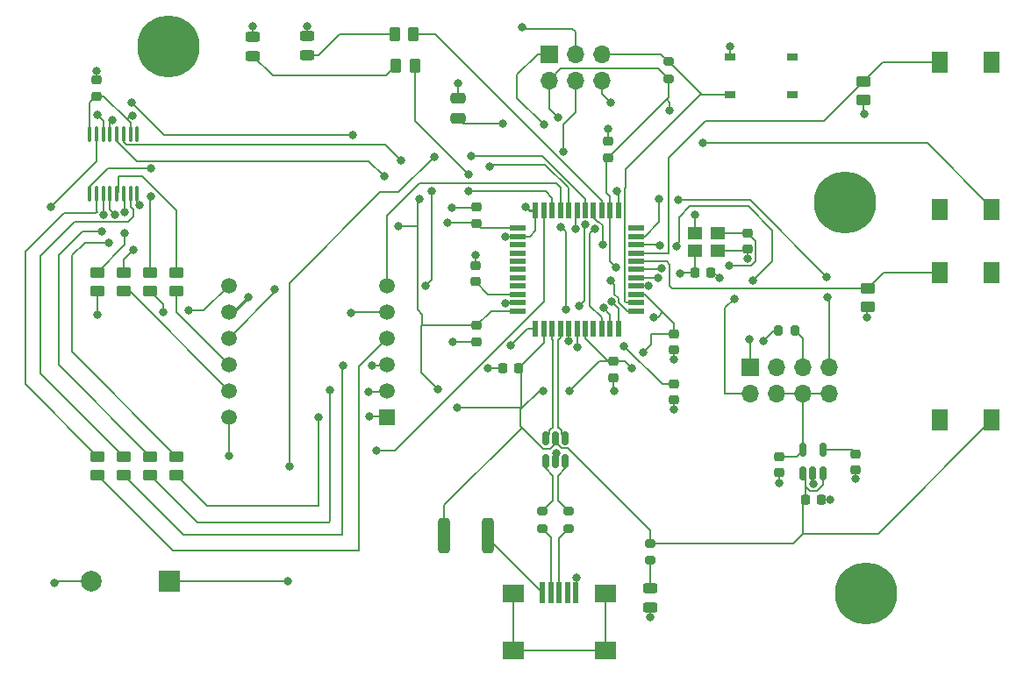
<source format=gbr>
%TF.GenerationSoftware,KiCad,Pcbnew,(7.0.0)*%
%TF.CreationDate,2023-04-20T13:43:01-06:00*%
%TF.ProjectId,Phase_B_ATMEGA_v3,50686173-655f-4425-9f41-544d4547415f,rev?*%
%TF.SameCoordinates,Original*%
%TF.FileFunction,Copper,L1,Top*%
%TF.FilePolarity,Positive*%
%FSLAX46Y46*%
G04 Gerber Fmt 4.6, Leading zero omitted, Abs format (unit mm)*
G04 Created by KiCad (PCBNEW (7.0.0)) date 2023-04-20 13:43:01*
%MOMM*%
%LPD*%
G01*
G04 APERTURE LIST*
G04 Aperture macros list*
%AMRoundRect*
0 Rectangle with rounded corners*
0 $1 Rounding radius*
0 $2 $3 $4 $5 $6 $7 $8 $9 X,Y pos of 4 corners*
0 Add a 4 corners polygon primitive as box body*
4,1,4,$2,$3,$4,$5,$6,$7,$8,$9,$2,$3,0*
0 Add four circle primitives for the rounded corners*
1,1,$1+$1,$2,$3*
1,1,$1+$1,$4,$5*
1,1,$1+$1,$6,$7*
1,1,$1+$1,$8,$9*
0 Add four rect primitives between the rounded corners*
20,1,$1+$1,$2,$3,$4,$5,0*
20,1,$1+$1,$4,$5,$6,$7,0*
20,1,$1+$1,$6,$7,$8,$9,0*
20,1,$1+$1,$8,$9,$2,$3,0*%
G04 Aperture macros list end*
%TA.AperFunction,SMDPad,CuDef*%
%ADD10RoundRect,0.225000X-0.225000X-0.250000X0.225000X-0.250000X0.225000X0.250000X-0.225000X0.250000X0*%
%TD*%
%TA.AperFunction,ComponentPad*%
%ADD11R,1.500000X1.500000*%
%TD*%
%TA.AperFunction,ComponentPad*%
%ADD12C,1.500000*%
%TD*%
%TA.AperFunction,SMDPad,CuDef*%
%ADD13RoundRect,0.243750X-0.456250X0.243750X-0.456250X-0.243750X0.456250X-0.243750X0.456250X0.243750X0*%
%TD*%
%TA.AperFunction,SMDPad,CuDef*%
%ADD14RoundRect,0.200000X0.275000X-0.200000X0.275000X0.200000X-0.275000X0.200000X-0.275000X-0.200000X0*%
%TD*%
%TA.AperFunction,SMDPad,CuDef*%
%ADD15RoundRect,0.243750X0.456250X-0.243750X0.456250X0.243750X-0.456250X0.243750X-0.456250X-0.243750X0*%
%TD*%
%TA.AperFunction,SMDPad,CuDef*%
%ADD16RoundRect,0.250000X-0.450000X0.262500X-0.450000X-0.262500X0.450000X-0.262500X0.450000X0.262500X0*%
%TD*%
%TA.AperFunction,ComponentPad*%
%ADD17C,6.000000*%
%TD*%
%TA.AperFunction,SMDPad,CuDef*%
%ADD18RoundRect,0.100000X0.100000X-0.637500X0.100000X0.637500X-0.100000X0.637500X-0.100000X-0.637500X0*%
%TD*%
%TA.AperFunction,SMDPad,CuDef*%
%ADD19R,0.550000X1.500000*%
%TD*%
%TA.AperFunction,SMDPad,CuDef*%
%ADD20R,1.500000X0.550000*%
%TD*%
%TA.AperFunction,SMDPad,CuDef*%
%ADD21RoundRect,0.150000X0.150000X-0.512500X0.150000X0.512500X-0.150000X0.512500X-0.150000X-0.512500X0*%
%TD*%
%TA.AperFunction,SMDPad,CuDef*%
%ADD22RoundRect,0.225000X-0.250000X0.225000X-0.250000X-0.225000X0.250000X-0.225000X0.250000X0.225000X0*%
%TD*%
%TA.AperFunction,SMDPad,CuDef*%
%ADD23RoundRect,0.225000X0.250000X-0.225000X0.250000X0.225000X-0.250000X0.225000X-0.250000X-0.225000X0*%
%TD*%
%TA.AperFunction,SMDPad,CuDef*%
%ADD24R,1.500000X2.000000*%
%TD*%
%TA.AperFunction,ComponentPad*%
%ADD25R,1.700000X1.700000*%
%TD*%
%TA.AperFunction,ComponentPad*%
%ADD26O,1.700000X1.700000*%
%TD*%
%TA.AperFunction,SMDPad,CuDef*%
%ADD27RoundRect,0.200000X-0.200000X-0.275000X0.200000X-0.275000X0.200000X0.275000X-0.200000X0.275000X0*%
%TD*%
%TA.AperFunction,SMDPad,CuDef*%
%ADD28R,0.500000X2.000000*%
%TD*%
%TA.AperFunction,SMDPad,CuDef*%
%ADD29R,2.000000X1.700000*%
%TD*%
%TA.AperFunction,ComponentPad*%
%ADD30R,2.000000X2.000000*%
%TD*%
%TA.AperFunction,ComponentPad*%
%ADD31C,2.000000*%
%TD*%
%TA.AperFunction,SMDPad,CuDef*%
%ADD32R,1.000000X0.700000*%
%TD*%
%TA.AperFunction,SMDPad,CuDef*%
%ADD33RoundRect,0.250000X0.312500X1.450000X-0.312500X1.450000X-0.312500X-1.450000X0.312500X-1.450000X0*%
%TD*%
%TA.AperFunction,SMDPad,CuDef*%
%ADD34RoundRect,0.250000X0.475000X-0.250000X0.475000X0.250000X-0.475000X0.250000X-0.475000X-0.250000X0*%
%TD*%
%TA.AperFunction,SMDPad,CuDef*%
%ADD35RoundRect,0.200000X-0.275000X0.200000X-0.275000X-0.200000X0.275000X-0.200000X0.275000X0.200000X0*%
%TD*%
%TA.AperFunction,SMDPad,CuDef*%
%ADD36R,1.400000X1.200000*%
%TD*%
%TA.AperFunction,SMDPad,CuDef*%
%ADD37RoundRect,0.250000X0.262500X0.450000X-0.262500X0.450000X-0.262500X-0.450000X0.262500X-0.450000X0*%
%TD*%
%TA.AperFunction,SMDPad,CuDef*%
%ADD38RoundRect,0.225000X0.225000X0.250000X-0.225000X0.250000X-0.225000X-0.250000X0.225000X-0.250000X0*%
%TD*%
%TA.AperFunction,ViaPad*%
%ADD39C,0.800000*%
%TD*%
%TA.AperFunction,Conductor*%
%ADD40C,0.203200*%
%TD*%
%TA.AperFunction,Conductor*%
%ADD41C,0.250000*%
%TD*%
%TA.AperFunction,Conductor*%
%ADD42C,0.200000*%
%TD*%
G04 APERTURE END LIST*
D10*
%TO.P,C3,1*%
%TO.N,XTAL2*%
X159217000Y-52070000D03*
%TO.P,C3,2*%
%TO.N,GND*%
X160767000Y-52070000D03*
%TD*%
D11*
%TO.P,U1,1,e*%
%TO.N,Net-(U1-e)*%
X129539999Y-66039999D03*
D12*
%TO.P,U1,2,d*%
%TO.N,Net-(U1-d)*%
X129540000Y-63500000D03*
%TO.P,U1,3,DPX*%
%TO.N,Net-(U1-DPX)*%
X129540000Y-60960000D03*
%TO.P,U1,4,c*%
%TO.N,Net-(U1-c)*%
X129540000Y-58420000D03*
%TO.P,U1,5,g*%
%TO.N,Net-(U1-g)*%
X129540000Y-55880000D03*
%TO.P,U1,6,CA4*%
%TO.N,Dig4*%
X129540000Y-53340000D03*
%TO.P,U1,7,b*%
%TO.N,Net-(U1-b)*%
X114300000Y-53340000D03*
%TO.P,U1,8,CA3*%
%TO.N,Dig3*%
X114300000Y-55880000D03*
%TO.P,U1,9,CA2*%
%TO.N,Dig2*%
X114300000Y-58420000D03*
%TO.P,U1,10,f*%
%TO.N,Net-(U1-f)*%
X114300000Y-60960000D03*
%TO.P,U1,11,a*%
%TO.N,Net-(U1-a)*%
X114300000Y-63500000D03*
%TO.P,U1,12,CA1*%
%TO.N,Dig1*%
X114300000Y-66040000D03*
%TD*%
D13*
%TO.P,D2,1,K*%
%TO.N,GND*%
X121793000Y-29240000D03*
%TO.P,D2,2,A*%
%TO.N,Net-(D2-A)*%
X121793000Y-31115000D03*
%TD*%
D14*
%TO.P,R15,1*%
%TO.N,Net-(J2-D-)*%
X144515000Y-76822500D03*
%TO.P,R15,2*%
%TO.N,USB_CONN_D-*%
X144515000Y-75172500D03*
%TD*%
D15*
%TO.P,D3,1,K*%
%TO.N,GND*%
X154940000Y-84425000D03*
%TO.P,D3,2,A*%
%TO.N,Net-(D3-A)*%
X154940000Y-82550000D03*
%TD*%
D16*
%TO.P,R11,1*%
%TO.N,g*%
X101600000Y-52070000D03*
%TO.P,R11,2*%
%TO.N,Net-(U1-g)*%
X101600000Y-53895000D03*
%TD*%
D17*
%TO.P,REF\u002A\u002A,1*%
%TO.N,N/C*%
X175768000Y-83108800D03*
%TD*%
D18*
%TO.P,U2,1,QB*%
%TO.N,b*%
X100860000Y-44450000D03*
%TO.P,U2,2,QC*%
%TO.N,c*%
X101510000Y-44450000D03*
%TO.P,U2,3,QD*%
%TO.N,d*%
X102160000Y-44450000D03*
%TO.P,U2,4,QE*%
%TO.N,e*%
X102810000Y-44450000D03*
%TO.P,U2,5,QF*%
%TO.N,f*%
X103460000Y-44450000D03*
%TO.P,U2,6,QG*%
%TO.N,g*%
X104110000Y-44450000D03*
%TO.P,U2,7,QH*%
%TO.N,dp*%
X104760000Y-44450000D03*
%TO.P,U2,8,GND*%
%TO.N,GND*%
X105410000Y-44450000D03*
%TO.P,U2,9,QH'*%
%TO.N,unconnected-(U2-QH'-Pad9)*%
X105410000Y-38725000D03*
%TO.P,U2,10,~{SRCLR}*%
%TO.N,+5V*%
X104760000Y-38725000D03*
%TO.P,U2,11,SRCLK*%
%TO.N,SH_CP*%
X104110000Y-38725000D03*
%TO.P,U2,12,RCLK*%
%TO.N,ST_CP*%
X103460000Y-38725000D03*
%TO.P,U2,13,~{OE}*%
%TO.N,GND*%
X102810000Y-38725000D03*
%TO.P,U2,14,SER*%
%TO.N,DS*%
X102160000Y-38725000D03*
%TO.P,U2,15,QA*%
%TO.N,a*%
X101510000Y-38725000D03*
%TO.P,U2,16,VCC*%
%TO.N,+5V*%
X100860000Y-38725000D03*
%TD*%
D19*
%TO.P,U3,1,PE6*%
%TO.N,SH_CP*%
X143854999Y-57504999D03*
%TO.P,U3,2,UVCC*%
%TO.N,+5V*%
X144654999Y-57504999D03*
%TO.P,U3,3,D-*%
%TO.N,USB_D-*%
X145454999Y-57504999D03*
%TO.P,U3,4,D+*%
%TO.N,USB_D+*%
X146254999Y-57504999D03*
%TO.P,U3,5,UGND*%
%TO.N,GND*%
X147054999Y-57504999D03*
%TO.P,U3,6,UCAP*%
%TO.N,/UCAP*%
X147854999Y-57504999D03*
%TO.P,U3,7,VBUS*%
%TO.N,+5V*%
X148654999Y-57504999D03*
%TO.P,U3,8,PB0*%
%TO.N,unconnected-(U3-PB0-Pad8)*%
X149454999Y-57504999D03*
%TO.P,U3,9,PB1*%
%TO.N,SCK*%
X150254999Y-57504999D03*
%TO.P,U3,10,PB2*%
%TO.N,MOSI*%
X151054999Y-57504999D03*
%TO.P,U3,11,PB3*%
%TO.N,MISO*%
X151854999Y-57504999D03*
D20*
%TO.P,U3,12,PB7*%
%TO.N,Dig3*%
X153554999Y-55804999D03*
%TO.P,U3,13,~{RESET}*%
%TO.N,RST*%
X153554999Y-55004999D03*
%TO.P,U3,14,VCC*%
%TO.N,+5V*%
X153554999Y-54204999D03*
%TO.P,U3,15,GND*%
%TO.N,GND*%
X153554999Y-53404999D03*
%TO.P,U3,16,XTAL2*%
%TO.N,XTAL2*%
X153554999Y-52604999D03*
%TO.P,U3,17,XTAL1*%
%TO.N,XTAL1*%
X153554999Y-51804999D03*
%TO.P,U3,18,PD0*%
%TO.N,Button_2*%
X153554999Y-51004999D03*
%TO.P,U3,19,PD1*%
%TO.N,Button_1*%
X153554999Y-50204999D03*
%TO.P,U3,20,PD2*%
%TO.N,TX*%
X153554999Y-49404999D03*
%TO.P,U3,21,PD3*%
%TO.N,RX*%
X153554999Y-48604999D03*
%TO.P,U3,22,PD5*%
%TO.N,unconnected-(U3-PD5-Pad22)*%
X153554999Y-47804999D03*
D19*
%TO.P,U3,23,GND*%
%TO.N,GND*%
X151854999Y-46104999D03*
%TO.P,U3,24,AVCC*%
%TO.N,+5V*%
X151054999Y-46104999D03*
%TO.P,U3,25,PD4*%
%TO.N,GREEN_LED*%
X150254999Y-46104999D03*
%TO.P,U3,26,PD6*%
%TO.N,Dig2*%
X149454999Y-46104999D03*
%TO.P,U3,27,PD7*%
%TO.N,Buzzer*%
X148654999Y-46104999D03*
%TO.P,U3,28,PB4*%
%TO.N,ST_CP*%
X147854999Y-46104999D03*
%TO.P,U3,29,PB5*%
%TO.N,DS*%
X147054999Y-46104999D03*
%TO.P,U3,30,PB6*%
%TO.N,Dig4*%
X146254999Y-46104999D03*
%TO.P,U3,31,PC6*%
%TO.N,RED_LED*%
X145454999Y-46104999D03*
%TO.P,U3,32,PC7*%
%TO.N,Dig1*%
X144654999Y-46104999D03*
%TO.P,U3,33,~{HWB}/PE2*%
%TO.N,GND*%
X143854999Y-46104999D03*
D20*
%TO.P,U3,34,VCC*%
%TO.N,+5V*%
X142154999Y-47804999D03*
%TO.P,U3,35,GND*%
%TO.N,GND*%
X142154999Y-48604999D03*
%TO.P,U3,36,PF7*%
%TO.N,unconnected-(U3-PF7-Pad36)*%
X142154999Y-49404999D03*
%TO.P,U3,37,PF6*%
%TO.N,unconnected-(U3-PF6-Pad37)*%
X142154999Y-50204999D03*
%TO.P,U3,38,PF5*%
%TO.N,unconnected-(U3-PF5-Pad38)*%
X142154999Y-51004999D03*
%TO.P,U3,39,PF4*%
%TO.N,unconnected-(U3-PF4-Pad39)*%
X142154999Y-51804999D03*
%TO.P,U3,40,PF1*%
%TO.N,unconnected-(U3-PF1-Pad40)*%
X142154999Y-52604999D03*
%TO.P,U3,41,PF0*%
%TO.N,unconnected-(U3-PF0-Pad41)*%
X142154999Y-53404999D03*
%TO.P,U3,42,AREF*%
%TO.N,/AREF*%
X142154999Y-54204999D03*
%TO.P,U3,43,GND*%
%TO.N,GND*%
X142154999Y-55004999D03*
%TO.P,U3,44,AVCC*%
%TO.N,+5V*%
X142154999Y-55804999D03*
%TD*%
D14*
%TO.P,R13,1*%
%TO.N,+5V*%
X156718000Y-33375600D03*
%TO.P,R13,2*%
%TO.N,RST*%
X156718000Y-31725600D03*
%TD*%
D17*
%TO.P,REF\u002A\u002A,1*%
%TO.N,N/C*%
X173685200Y-45313600D03*
%TD*%
%TO.P,REF\u002A\u002A,1*%
%TO.N,N/C*%
X108458000Y-30276800D03*
%TD*%
D21*
%TO.P,U5,1,VIN*%
%TO.N,+5V*%
X169672000Y-71501000D03*
%TO.P,U5,2,GND*%
%TO.N,GND*%
X170622000Y-71501000D03*
%TO.P,U5,3,ON/~{OFF}*%
%TO.N,+5V*%
X171572000Y-71501000D03*
%TO.P,U5,4,BP*%
%TO.N,Net-(U5-BP)*%
X171572000Y-69226000D03*
%TO.P,U5,5,VOUT*%
%TO.N,+3.3V*%
X169672000Y-69226000D03*
%TD*%
D16*
%TO.P,R8,1*%
%TO.N,d*%
X106680000Y-69850000D03*
%TO.P,R8,2*%
%TO.N,Net-(U1-d)*%
X106680000Y-71675000D03*
%TD*%
D22*
%TO.P,C15,1*%
%TO.N,Net-(U5-BP)*%
X174752000Y-69596000D03*
%TO.P,C15,2*%
%TO.N,GND*%
X174752000Y-71146000D03*
%TD*%
D16*
%TO.P,R7,1*%
%TO.N,c*%
X101600000Y-69850000D03*
%TO.P,R7,2*%
%TO.N,Net-(U1-c)*%
X101600000Y-71675000D03*
%TD*%
D23*
%TO.P,C12,1*%
%TO.N,/AREF*%
X138049000Y-52959000D03*
%TO.P,C12,2*%
%TO.N,GND*%
X138049000Y-51409000D03*
%TD*%
D24*
%TO.P,S2,A1,NO_1*%
%TO.N,unconnected-(S2-NO_1-PadA1)*%
X182879999Y-66369999D03*
%TO.P,S2,B1,NO_2*%
%TO.N,Button_2*%
X182879999Y-52069999D03*
%TO.P,S2,C1,COM_1*%
%TO.N,+5V*%
X187879999Y-66369999D03*
%TO.P,S2,D1,COM_2*%
%TO.N,unconnected-(S2-COM_2-PadD1)*%
X187879999Y-52069999D03*
%TD*%
D25*
%TO.P,J1,1,MISO*%
%TO.N,MISO*%
X145160999Y-30987999D03*
D26*
%TO.P,J1,2,VCC*%
%TO.N,+5V*%
X145160999Y-33527999D03*
%TO.P,J1,3,SCK*%
%TO.N,SCK*%
X147700999Y-30987999D03*
%TO.P,J1,4,MOSI*%
%TO.N,MOSI*%
X147700999Y-33527999D03*
%TO.P,J1,5,~{RST}*%
%TO.N,RST*%
X150240999Y-30987999D03*
%TO.P,J1,6,GND*%
%TO.N,GND*%
X150240999Y-33527999D03*
%TD*%
D16*
%TO.P,R1,1*%
%TO.N,Button_1*%
X175514000Y-33608000D03*
%TO.P,R1,2*%
%TO.N,GND*%
X175514000Y-35433000D03*
%TD*%
D23*
%TO.P,C2,1*%
%TO.N,GND*%
X164297000Y-49810000D03*
%TO.P,C2,2*%
%TO.N,XTAL1*%
X164297000Y-48260000D03*
%TD*%
D27*
%TO.P,R17,1*%
%TO.N,+3.3V*%
X167257000Y-57674000D03*
%TO.P,R17,2*%
%TO.N,Net-(J3-Pin_5)*%
X168907000Y-57674000D03*
%TD*%
D16*
%TO.P,R10,1*%
%TO.N,f*%
X109220000Y-52070000D03*
%TO.P,R10,2*%
%TO.N,Net-(U1-f)*%
X109220000Y-53895000D03*
%TD*%
D28*
%TO.P,J2,1,VBUS*%
%TO.N,Net-(J2-VBUS)*%
X144524999Y-83012499D03*
%TO.P,J2,2,D-*%
%TO.N,Net-(J2-D-)*%
X145324999Y-83012499D03*
%TO.P,J2,3,D+*%
%TO.N,Net-(J2-D+)*%
X146124999Y-83012499D03*
%TO.P,J2,4,ID*%
%TO.N,unconnected-(J2-ID-Pad4)*%
X146924999Y-83012499D03*
%TO.P,J2,5,GND*%
%TO.N,GND*%
X147724999Y-83012499D03*
D29*
%TO.P,J2,6,Shield*%
%TO.N,unconnected-(J2-Shield-Pad6)*%
X141674999Y-83112499D03*
X141674999Y-88562499D03*
X150574999Y-83112499D03*
X150574999Y-88562499D03*
%TD*%
D23*
%TO.P,C7,1*%
%TO.N,+5V*%
X138165000Y-47345000D03*
%TO.P,C7,2*%
%TO.N,GND*%
X138165000Y-45795000D03*
%TD*%
D30*
%TO.P,LS1,1,1*%
%TO.N,Buzzer*%
X108564999Y-81914999D03*
D31*
%TO.P,LS1,2,2*%
%TO.N,GND*%
X100965000Y-81915000D03*
%TD*%
D22*
%TO.P,C9,1*%
%TO.N,/UCAP*%
X157226000Y-62865000D03*
%TO.P,C9,2*%
%TO.N,GND*%
X157226000Y-64415000D03*
%TD*%
D16*
%TO.P,R5,1*%
%TO.N,a*%
X104140000Y-52070000D03*
%TO.P,R5,2*%
%TO.N,Net-(U1-a)*%
X104140000Y-53895000D03*
%TD*%
D21*
%TO.P,U4,1,I/O1*%
%TO.N,USB_CONN_D-*%
X144835000Y-70340000D03*
%TO.P,U4,2,GND*%
%TO.N,GND*%
X145785000Y-70340000D03*
%TO.P,U4,3,I/O2*%
%TO.N,USB_CONN_D+*%
X146735000Y-70340000D03*
%TO.P,U4,4,I/O2*%
%TO.N,USB_D+*%
X146735000Y-68065000D03*
%TO.P,U4,5,VBUS*%
%TO.N,+5V*%
X145785000Y-68065000D03*
%TO.P,U4,6,I/O1*%
%TO.N,USB_D-*%
X144835000Y-68065000D03*
%TD*%
D16*
%TO.P,R6,1*%
%TO.N,b*%
X106680000Y-52070000D03*
%TO.P,R6,2*%
%TO.N,Net-(U1-b)*%
X106680000Y-53895000D03*
%TD*%
D32*
%TO.P,S3,1*%
%TO.N,GND*%
X162655999Y-31241999D03*
%TO.P,S3,2*%
%TO.N,N/C*%
X168655999Y-31241999D03*
%TO.P,S3,3*%
%TO.N,RST*%
X162655999Y-34941999D03*
%TO.P,S3,4*%
%TO.N,N/C*%
X168655999Y-34941999D03*
%TD*%
D16*
%TO.P,R9,1*%
%TO.N,e*%
X109220000Y-69850000D03*
%TO.P,R9,2*%
%TO.N,Net-(U1-e)*%
X109220000Y-71675000D03*
%TD*%
D23*
%TO.P,C1,1*%
%TO.N,+5V*%
X101473000Y-35052000D03*
%TO.P,C1,2*%
%TO.N,GND*%
X101473000Y-33502000D03*
%TD*%
D33*
%TO.P,F1,1*%
%TO.N,Net-(J2-VBUS)*%
X139297500Y-77470000D03*
%TO.P,F1,2*%
%TO.N,+5V*%
X135022500Y-77470000D03*
%TD*%
D34*
%TO.P,C8,1*%
%TO.N,+5V*%
X136347200Y-37185600D03*
%TO.P,C8,2*%
%TO.N,GND*%
X136347200Y-35285600D03*
%TD*%
D16*
%TO.P,R2,1*%
%TO.N,Button_2*%
X175895000Y-53594000D03*
%TO.P,R2,2*%
%TO.N,GND*%
X175895000Y-55419000D03*
%TD*%
D25*
%TO.P,J3,1,Pin_1*%
%TO.N,GND*%
X164591999Y-61213999D03*
D26*
%TO.P,J3,2,Pin_2*%
%TO.N,TX*%
X164591999Y-63753999D03*
%TO.P,J3,3,Pin_3*%
%TO.N,unconnected-(J3-Pin_3-Pad3)*%
X167131999Y-61213999D03*
%TO.P,J3,4,Pin_4*%
%TO.N,+3.3V*%
X167131999Y-63753999D03*
%TO.P,J3,5,Pin_5*%
%TO.N,Net-(J3-Pin_5)*%
X169671999Y-61213999D03*
%TO.P,J3,6,Pin_6*%
%TO.N,+3.3V*%
X169671999Y-63753999D03*
%TO.P,J3,7,Pin_7*%
%TO.N,RX*%
X172211999Y-61213999D03*
%TO.P,J3,8,Pin_8*%
%TO.N,+3.3V*%
X172211999Y-63753999D03*
%TD*%
D10*
%TO.P,C13,1*%
%TO.N,+5V*%
X169900000Y-74041000D03*
%TO.P,C13,2*%
%TO.N,GND*%
X171450000Y-74041000D03*
%TD*%
D35*
%TO.P,R16,1*%
%TO.N,+5V*%
X154940000Y-78233000D03*
%TO.P,R16,2*%
%TO.N,Net-(D3-A)*%
X154940000Y-79883000D03*
%TD*%
D36*
%TO.P,Y1,1,1*%
%TO.N,XTAL1*%
X161416999Y-48259999D03*
%TO.P,Y1,2,2*%
%TO.N,GND*%
X159216999Y-48259999D03*
%TO.P,Y1,3,3*%
%TO.N,XTAL2*%
X159216999Y-49959999D03*
%TO.P,Y1,4,4*%
%TO.N,GND*%
X161416999Y-49959999D03*
%TD*%
D37*
%TO.P,R4,1*%
%TO.N,GREEN_LED*%
X132103500Y-29083000D03*
%TO.P,R4,2*%
%TO.N,Net-(D2-A)*%
X130278500Y-29083000D03*
%TD*%
D22*
%TO.P,C6,1*%
%TO.N,+5V*%
X138165000Y-57225000D03*
%TO.P,C6,2*%
%TO.N,GND*%
X138165000Y-58775000D03*
%TD*%
%TO.P,C14,1*%
%TO.N,+3.3V*%
X167386000Y-69850000D03*
%TO.P,C14,2*%
%TO.N,GND*%
X167386000Y-71400000D03*
%TD*%
D14*
%TO.P,R14,1*%
%TO.N,Net-(J2-D+)*%
X147055000Y-76822500D03*
%TO.P,R14,2*%
%TO.N,USB_CONN_D+*%
X147055000Y-75172500D03*
%TD*%
D38*
%TO.P,C5,1*%
%TO.N,+5V*%
X142255000Y-61315000D03*
%TO.P,C5,2*%
%TO.N,GND*%
X140705000Y-61315000D03*
%TD*%
D22*
%TO.P,C11,1*%
%TO.N,+5V*%
X157215000Y-58000000D03*
%TO.P,C11,2*%
%TO.N,GND*%
X157215000Y-59550000D03*
%TD*%
D24*
%TO.P,S1,A1,NO_1*%
%TO.N,unconnected-(S1-NO_1-PadA1)*%
X182879999Y-46049999D03*
%TO.P,S1,B1,NO_2*%
%TO.N,Button_1*%
X182879999Y-31749999D03*
%TO.P,S1,C1,COM_1*%
%TO.N,+5V*%
X187879999Y-46049999D03*
%TO.P,S1,D1,COM_2*%
%TO.N,unconnected-(S1-COM_2-PadD1)*%
X187879999Y-31749999D03*
%TD*%
D22*
%TO.P,C4,1*%
%TO.N,+5V*%
X151384000Y-60680000D03*
%TO.P,C4,2*%
%TO.N,GND*%
X151384000Y-62230000D03*
%TD*%
D23*
%TO.P,C10,1*%
%TO.N,+5V*%
X150865000Y-40995000D03*
%TO.P,C10,2*%
%TO.N,GND*%
X150865000Y-39445000D03*
%TD*%
D16*
%TO.P,R12,1*%
%TO.N,dp*%
X104140000Y-69850000D03*
%TO.P,R12,2*%
%TO.N,Net-(U1-DPX)*%
X104140000Y-71675000D03*
%TD*%
D37*
%TO.P,R3,1*%
%TO.N,RED_LED*%
X132230500Y-32131000D03*
%TO.P,R3,2*%
%TO.N,Net-(D1-A)*%
X130405500Y-32131000D03*
%TD*%
D13*
%TO.P,D1,1,K*%
%TO.N,GND*%
X116586000Y-29288500D03*
%TO.P,D1,2,A*%
%TO.N,Net-(D1-A)*%
X116586000Y-31163500D03*
%TD*%
D39*
%TO.N,GND*%
X142900400Y-45720000D03*
%TO.N,+5V*%
X147167600Y-63500000D03*
X132689600Y-45008800D03*
X105003600Y-36982400D03*
X160020000Y-39573200D03*
X155244800Y-56388000D03*
X130657600Y-47599600D03*
X145999200Y-37134800D03*
X151587200Y-51562000D03*
X144576800Y-63500000D03*
X156819600Y-36474400D03*
X154279600Y-59791600D03*
X136296400Y-65125600D03*
X140665200Y-37744400D03*
X153162000Y-61366400D03*
X134467600Y-63398400D03*
X135331200Y-47294800D03*
%TO.N,GND*%
X105664000Y-45618400D03*
X140919200Y-48615600D03*
X139242800Y-61366400D03*
X116586000Y-28295600D03*
X147015200Y-58724800D03*
X151079200Y-35712400D03*
X161594800Y-52628800D03*
X135839200Y-58775600D03*
X175869600Y-56388000D03*
X97434400Y-82042000D03*
X154940000Y-85344000D03*
X150825200Y-38201600D03*
X151739600Y-44196000D03*
X159207200Y-46482000D03*
X175564800Y-36779200D03*
X147777200Y-81534000D03*
X164338000Y-50749200D03*
X170637200Y-72491600D03*
X162661600Y-30276800D03*
X136398000Y-33832800D03*
X157226000Y-60452000D03*
X157226000Y-65328800D03*
X101498400Y-32613600D03*
X151434800Y-63550800D03*
X172313600Y-74015600D03*
X140919200Y-55067200D03*
X135788400Y-45872400D03*
X121818400Y-28295600D03*
X145864942Y-69535709D03*
X103022400Y-37338000D03*
X167335200Y-72440800D03*
X154736800Y-53390800D03*
X138074400Y-50444400D03*
X174752000Y-72034400D03*
X164490400Y-58521600D03*
%TO.N,XTAL1*%
X156057600Y-51714400D03*
X162509200Y-51460400D03*
%TO.N,XTAL2*%
X157808819Y-52161500D03*
X155663746Y-52633032D03*
%TO.N,/UCAP*%
X152400000Y-59182000D03*
X147878800Y-59283600D03*
%TO.N,+3.3V*%
X165862000Y-58674000D03*
%TO.N,MISO*%
X148082000Y-55321200D03*
X151194928Y-54887520D03*
X148652420Y-47477444D03*
X144678400Y-37835900D03*
%TO.N,SCK*%
X142544800Y-28397200D03*
X149578644Y-47853096D03*
%TO.N,MOSI*%
X146761200Y-55626000D03*
X150418800Y-55524400D03*
X146307022Y-47671872D03*
X146558000Y-40436800D03*
%TO.N,TX*%
X164846000Y-52882800D03*
X163017200Y-54610000D03*
X155854400Y-49479200D03*
X157480000Y-49580800D03*
%TO.N,RX*%
X155752800Y-45008800D03*
X172008800Y-54457600D03*
X157632400Y-45110400D03*
X171958000Y-52527200D03*
%TO.N,Buzzer*%
X134112000Y-40894000D03*
X119989600Y-81940400D03*
X137617200Y-40843200D03*
X120091200Y-70815200D03*
%TO.N,RED_LED*%
X137414000Y-42621200D03*
X137414000Y-44246800D03*
%TO.N,a*%
X97129600Y-45720000D03*
X105054400Y-49885600D03*
%TO.N,b*%
X106730800Y-42052300D03*
X106730800Y-44754800D03*
%TO.N,Net-(U1-b)*%
X110388400Y-55778400D03*
X107950000Y-55930800D03*
%TO.N,d*%
X102209600Y-46482000D03*
X102016500Y-48128787D03*
%TO.N,Net-(U1-d)*%
X124002800Y-63449200D03*
X127762000Y-63601600D03*
%TO.N,e*%
X102717600Y-49184500D03*
X103265865Y-46495472D03*
%TO.N,Net-(U1-e)*%
X122936000Y-66040000D03*
X127863600Y-65989200D03*
%TO.N,g*%
X104241600Y-46278800D03*
X104241600Y-48310800D03*
%TO.N,Net-(U1-g)*%
X126034800Y-55981600D03*
X101600000Y-56184800D03*
%TO.N,Net-(U1-DPX)*%
X128117600Y-61061600D03*
X125323600Y-61061600D03*
%TO.N,Dig3*%
X116128800Y-54457600D03*
X151079200Y-52882800D03*
%TO.N,Dig2*%
X118719600Y-53695600D03*
X150353900Y-49395459D03*
%TO.N,Dig1*%
X114249200Y-69799200D03*
X128473200Y-69291200D03*
%TO.N,SH_CP*%
X133248400Y-53340000D03*
X133807200Y-44246800D03*
X130860800Y-41300400D03*
X141474078Y-59105629D03*
%TO.N,ST_CP*%
X129235200Y-42824400D03*
X147726400Y-47853600D03*
%TO.N,DS*%
X139395200Y-41859200D03*
X104851200Y-35661600D03*
X126187200Y-38811200D03*
X101600000Y-36880800D03*
%TD*%
D40*
%TO.N,GND*%
X143317400Y-48605000D02*
X143855000Y-48067400D01*
X143855000Y-48067400D02*
X143855000Y-46105000D01*
X142155000Y-48605000D02*
X143317400Y-48605000D01*
D41*
X143285400Y-46105000D02*
X142900400Y-45720000D01*
X143855000Y-46105000D02*
X143285400Y-46105000D01*
D40*
%TO.N,+5V*%
X147007100Y-69029100D02*
X146397941Y-69029100D01*
X151384000Y-60680000D02*
X150876800Y-60680000D01*
X104424304Y-37307696D02*
X102168609Y-35052000D01*
X169900000Y-74041000D02*
X169900000Y-72745600D01*
X144573413Y-69104572D02*
X145304573Y-69104572D01*
X157201400Y-58013600D02*
X157215000Y-58000000D01*
X156819600Y-36474400D02*
X156819600Y-35661600D01*
X187880000Y-45800000D02*
X181653200Y-39573200D01*
X170346794Y-73192700D02*
X169900000Y-72745906D01*
X104760000Y-38725000D02*
X104760000Y-37643391D01*
X145785000Y-68624145D02*
X145785000Y-68065000D01*
X169900000Y-72745600D02*
X169900000Y-71729000D01*
X132943600Y-56134000D02*
X132486400Y-55676800D01*
X151055000Y-51029800D02*
X151587200Y-51562000D01*
X151055000Y-46105000D02*
X151055000Y-51029800D01*
X145304573Y-69104572D02*
X145785000Y-68624145D01*
X156718000Y-35142000D02*
X156718000Y-33375600D01*
X102168609Y-35052000D02*
X101473000Y-35052000D01*
X142392400Y-65125600D02*
X142494000Y-65227200D01*
X142534820Y-67065980D02*
X144573413Y-69104572D01*
X132435600Y-47599600D02*
X132486400Y-47650400D01*
X151384000Y-60680000D02*
X152475600Y-60680000D01*
X171572000Y-71501000D02*
X171572000Y-72599106D01*
X154990800Y-58013600D02*
X157201400Y-58013600D01*
X132689600Y-45008800D02*
X132486400Y-45212000D01*
X156819600Y-35661600D02*
X156509000Y-35351000D01*
X138165000Y-47345000D02*
X138625000Y-47805000D01*
X135022500Y-74578300D02*
X142534820Y-67065980D01*
X169900000Y-71729000D02*
X169672000Y-71501000D01*
X130657600Y-47599600D02*
X132435600Y-47599600D01*
X157215000Y-58000000D02*
X157215000Y-57036800D01*
X155244800Y-56388000D02*
X155651200Y-56388000D01*
X144221200Y-63500000D02*
X142494000Y-65227200D01*
X142392400Y-66923559D02*
X142534820Y-67065980D01*
X138625000Y-47805000D02*
X142155000Y-47805000D01*
X187880000Y-66370000D02*
X176932400Y-77317600D01*
X154940000Y-76962000D02*
X147007100Y-69029100D01*
X132486400Y-45212000D02*
X132486400Y-47650400D01*
X150723600Y-44399200D02*
X150723600Y-41136400D01*
X154990800Y-59080400D02*
X154990800Y-58013600D01*
X151384000Y-60680000D02*
X149987600Y-60680000D01*
X142494000Y-65227200D02*
X142494000Y-61554000D01*
X142255000Y-61315000D02*
X144655000Y-58915000D01*
X169621200Y-77317600D02*
X169621200Y-74319800D01*
X187880000Y-46050000D02*
X187880000Y-45800000D01*
X145999200Y-37134800D02*
X145161000Y-36296600D01*
X176932400Y-77317600D02*
X169621200Y-77317600D01*
X145161000Y-36296600D02*
X145161000Y-33528000D01*
X155718800Y-32376400D02*
X146312600Y-32376400D01*
X155651200Y-56388000D02*
X156108700Y-55930500D01*
X104749600Y-36982400D02*
X105003600Y-36982400D01*
X136906000Y-37744400D02*
X140665200Y-37744400D01*
X104760000Y-37643391D02*
X104424304Y-37307696D01*
X100860000Y-35665000D02*
X101473000Y-35052000D01*
X104424304Y-37307696D02*
X104749600Y-36982400D01*
X181653200Y-39573200D02*
X160020000Y-39573200D01*
X156718000Y-33375600D02*
X155718800Y-32376400D01*
X154383200Y-54205000D02*
X153555000Y-54205000D01*
X139585000Y-55805000D02*
X142155000Y-55805000D01*
X132815400Y-57225000D02*
X132791200Y-57200800D01*
X146312600Y-32376400D02*
X145161000Y-33528000D01*
X168705800Y-78233000D02*
X169621200Y-77317600D01*
X145785000Y-68416159D02*
X145785000Y-68065000D01*
X151055000Y-44730600D02*
X150723600Y-44399200D01*
X150865000Y-40995000D02*
X156509000Y-35351000D01*
X132791200Y-57200800D02*
X132791200Y-61722000D01*
X149987600Y-60680000D02*
X147167600Y-63500000D01*
X132943600Y-57225000D02*
X132943600Y-56134000D01*
X154279600Y-59791600D02*
X154990800Y-59080400D01*
X151055000Y-46105000D02*
X151055000Y-44730600D01*
X150723600Y-41136400D02*
X150865000Y-40995000D01*
X136296400Y-65125600D02*
X142392400Y-65125600D01*
X148655000Y-58458200D02*
X148655000Y-57505000D01*
X142392400Y-65125600D02*
X142392400Y-66923559D01*
X169900000Y-72745906D02*
X169900000Y-72745600D01*
X170978406Y-73192700D02*
X170346794Y-73192700D01*
X138114800Y-47294800D02*
X138165000Y-47345000D01*
X171572000Y-72599106D02*
X170978406Y-73192700D01*
X146397941Y-69029100D02*
X145785000Y-68416159D01*
X154940000Y-78233000D02*
X154940000Y-76962000D01*
X100860000Y-38725000D02*
X100860000Y-35665000D01*
X156108700Y-55930500D02*
X154383200Y-54205000D01*
X150876800Y-60680000D02*
X148655000Y-58458200D01*
X136347200Y-37185600D02*
X136906000Y-37744400D01*
X135331200Y-47294800D02*
X138114800Y-47294800D01*
X132486400Y-47650400D02*
X132486400Y-55676800D01*
X152475600Y-60680000D02*
X153162000Y-61366400D01*
X169621200Y-74319800D02*
X169900000Y-74041000D01*
X132791200Y-61722000D02*
X134467600Y-63398400D01*
X144576800Y-63500000D02*
X144221200Y-63500000D01*
X142494000Y-61554000D02*
X142255000Y-61315000D01*
X138165000Y-57225000D02*
X139585000Y-55805000D01*
X144655000Y-58915000D02*
X144655000Y-57505000D01*
X156509000Y-35351000D02*
X156718000Y-35142000D01*
X157215000Y-57036800D02*
X156108700Y-55930500D01*
X135022500Y-77470000D02*
X135022500Y-74578300D01*
X132943600Y-57225000D02*
X132815400Y-57225000D01*
X154940000Y-78233000D02*
X168705800Y-78233000D01*
X138165000Y-57225000D02*
X132943600Y-57225000D01*
%TO.N,GND*%
X164592000Y-58623200D02*
X164490400Y-58521600D01*
X142155000Y-55005000D02*
X140981400Y-55005000D01*
X136347200Y-35285600D02*
X136347200Y-33883600D01*
X157215000Y-59550000D02*
X157215000Y-60441000D01*
X154722600Y-53405000D02*
X154736800Y-53390800D01*
X161417000Y-49960000D02*
X164147000Y-49960000D01*
X151855000Y-46105000D02*
X151855000Y-44311400D01*
X101473000Y-33502000D02*
X101473000Y-32639000D01*
X150865000Y-39445000D02*
X150865000Y-38241400D01*
X138087600Y-45872400D02*
X135788400Y-45872400D01*
X157215000Y-60441000D02*
X157226000Y-60452000D01*
X140981400Y-55005000D02*
X140919200Y-55067200D01*
X97561400Y-81915000D02*
X97434400Y-82042000D01*
X136347200Y-33883600D02*
X136398000Y-33832800D01*
X164297000Y-50708200D02*
X164338000Y-50749200D01*
X159217000Y-48260000D02*
X159217000Y-46491800D01*
X151384000Y-62230000D02*
X151384000Y-63500000D01*
X145785000Y-70340000D02*
X145785000Y-69615651D01*
X139294200Y-61315000D02*
X139242800Y-61366400D01*
X150241000Y-34874200D02*
X151079200Y-35712400D01*
X135839800Y-58775000D02*
X135839200Y-58775600D01*
X105410000Y-45364400D02*
X105664000Y-45618400D01*
X175869600Y-55444400D02*
X175895000Y-55419000D01*
X121793000Y-29240000D02*
X121793000Y-28321000D01*
X150865000Y-38241400D02*
X150825200Y-38201600D01*
X138049000Y-51409000D02*
X138049000Y-50469800D01*
X170622000Y-72476400D02*
X170637200Y-72491600D01*
X160767000Y-52070000D02*
X161036000Y-52070000D01*
X154940000Y-85344000D02*
X154940000Y-84425000D01*
X164592000Y-61214000D02*
X164592000Y-58623200D01*
X147777200Y-82960300D02*
X147725000Y-83012500D01*
X147777200Y-81534000D02*
X147777200Y-82960300D01*
X175514000Y-35433000D02*
X175514000Y-36728400D01*
X100965000Y-81915000D02*
X97561400Y-81915000D01*
X138165000Y-58775000D02*
X135839800Y-58775000D01*
X161036000Y-52070000D02*
X161594800Y-52628800D01*
X175514000Y-36728400D02*
X175564800Y-36779200D01*
X150241000Y-33528000D02*
X150241000Y-34874200D01*
X162661600Y-31236400D02*
X162656000Y-31242000D01*
X151855000Y-44311400D02*
X151739600Y-44196000D01*
X174752000Y-72034400D02*
X174752000Y-71146000D01*
X142155000Y-48605000D02*
X140929800Y-48605000D01*
X102810000Y-38725000D02*
X102810000Y-37550400D01*
X121793000Y-28321000D02*
X121818400Y-28295600D01*
X151384000Y-63500000D02*
X151434800Y-63550800D01*
X170622000Y-71501000D02*
X170622000Y-72476400D01*
X145785000Y-69615651D02*
X145864942Y-69535709D01*
X172313600Y-74015600D02*
X171475400Y-74015600D01*
X164147000Y-49960000D02*
X164297000Y-49810000D01*
X153555000Y-53405000D02*
X154722600Y-53405000D01*
X105410000Y-44450000D02*
X105410000Y-45364400D01*
X171475400Y-74015600D02*
X171450000Y-74041000D01*
X147055000Y-58685000D02*
X147015200Y-58724800D01*
X175869600Y-56388000D02*
X175869600Y-55444400D01*
X138049000Y-50469800D02*
X138074400Y-50444400D01*
X147055000Y-57505000D02*
X147055000Y-58685000D01*
X140705000Y-61315000D02*
X139294200Y-61315000D01*
X140929800Y-48605000D02*
X140919200Y-48615600D01*
X101473000Y-32639000D02*
X101498400Y-32613600D01*
X159217000Y-46491800D02*
X159207200Y-46482000D01*
X138165000Y-45795000D02*
X138087600Y-45872400D01*
X164297000Y-49810000D02*
X164297000Y-50708200D01*
X162661600Y-30276800D02*
X162661600Y-31236400D01*
X167386000Y-71400000D02*
X167386000Y-72390000D01*
X116586000Y-29288500D02*
X116586000Y-28295600D01*
X102810000Y-37550400D02*
X103022400Y-37338000D01*
X157226000Y-64415000D02*
X157226000Y-65328800D01*
X167386000Y-72390000D02*
X167335200Y-72440800D01*
%TO.N,XTAL1*%
X164297000Y-48260000D02*
X165089900Y-49052900D01*
X156057600Y-51714400D02*
X155967000Y-51805000D01*
X165089900Y-49052900D02*
X165089900Y-50988806D01*
X161417000Y-48260000D02*
X164297000Y-48260000D01*
X164618306Y-51460400D02*
X162509200Y-51460400D01*
X165089900Y-50988806D02*
X164618306Y-51460400D01*
X155967000Y-51805000D02*
X153555000Y-51805000D01*
%TO.N,XTAL2*%
X157900319Y-52070000D02*
X157808819Y-52161500D01*
X155635714Y-52605000D02*
X155663746Y-52633032D01*
X153555000Y-52605000D02*
X155635714Y-52605000D01*
X159217000Y-52070000D02*
X159217000Y-49960000D01*
X159217000Y-52070000D02*
X157900319Y-52070000D01*
%TO.N,/UCAP*%
X156083000Y-62865000D02*
X152400000Y-59182000D01*
X147878800Y-59283600D02*
X147878800Y-57528800D01*
X157226000Y-62865000D02*
X156083000Y-62865000D01*
X147878800Y-57528800D02*
X147855000Y-57505000D01*
%TO.N,/AREF*%
X138049000Y-52959000D02*
X139295000Y-54205000D01*
X139295000Y-54205000D02*
X142155000Y-54205000D01*
%TO.N,+3.3V*%
X167257000Y-57674000D02*
X166862000Y-57674000D01*
X169048000Y-69850000D02*
X169672000Y-69226000D01*
X166862000Y-57674000D02*
X165862000Y-58674000D01*
X167132000Y-63754000D02*
X169672000Y-63754000D01*
X169672000Y-63754000D02*
X169672000Y-69226000D01*
X172212000Y-63754000D02*
X169672000Y-63754000D01*
X167386000Y-69850000D02*
X169048000Y-69850000D01*
%TO.N,Net-(U5-BP)*%
X174752000Y-69596000D02*
X174382000Y-69226000D01*
X174382000Y-69226000D02*
X171572000Y-69226000D01*
%TO.N,Net-(D1-A)*%
X118493300Y-33070800D02*
X129465700Y-33070800D01*
X116586000Y-31163500D02*
X118493300Y-33070800D01*
X129465700Y-33070800D02*
X130405500Y-32131000D01*
%TO.N,Net-(D2-A)*%
X124993400Y-29083000D02*
X130278500Y-29083000D01*
X121793000Y-31115000D02*
X122961400Y-31115000D01*
X122961400Y-31115000D02*
X124993400Y-29083000D01*
%TO.N,Net-(D3-A)*%
X154940000Y-82550000D02*
X154940000Y-79883000D01*
%TO.N,Net-(J2-VBUS)*%
X139297500Y-77470000D02*
X139297500Y-77785000D01*
X139297500Y-77785000D02*
X144525000Y-83012500D01*
%TO.N,MISO*%
X142087600Y-35245100D02*
X144678400Y-37835900D01*
X151855000Y-57505000D02*
X151855000Y-55547592D01*
X151855000Y-55547592D02*
X151194928Y-54887520D01*
X148082000Y-55321200D02*
X148573465Y-54829735D01*
X142087600Y-33008200D02*
X142087600Y-35245100D01*
X144107800Y-30988000D02*
X142087600Y-33008200D01*
X148573465Y-54829735D02*
X148573465Y-47556399D01*
X148573465Y-47556399D02*
X148652420Y-47477444D01*
X145161000Y-30988000D02*
X144107800Y-30988000D01*
%TO.N,SCK*%
X149098000Y-48333740D02*
X149578644Y-47853096D01*
X150255000Y-56453706D02*
X149098000Y-55296706D01*
X147701000Y-30988000D02*
X147701000Y-28829000D01*
X149098000Y-55296706D02*
X149098000Y-48333740D01*
X147421600Y-28549600D02*
X142697200Y-28549600D01*
X150255000Y-57505000D02*
X150255000Y-56453706D01*
X142697200Y-28549600D02*
X142544800Y-28397200D01*
X147701000Y-28829000D02*
X147421600Y-28549600D01*
%TO.N,MOSI*%
X147701000Y-36601400D02*
X147701000Y-33528000D01*
X151055000Y-57505000D02*
X151055000Y-56160600D01*
X147726400Y-36626800D02*
X147701000Y-36601400D01*
X151055000Y-56160600D02*
X150418800Y-55524400D01*
X146761200Y-48126050D02*
X146307022Y-47671872D01*
X146558000Y-40436800D02*
X146558000Y-37795200D01*
X146558000Y-37795200D02*
X147726400Y-36626800D01*
X146761200Y-55626000D02*
X146761200Y-48126050D01*
%TO.N,RST*%
X155980400Y-30988000D02*
X150241000Y-30988000D01*
X152593100Y-43927606D02*
X152593100Y-42123300D01*
X152503400Y-54906600D02*
X152503400Y-44017306D01*
X152593100Y-42123300D02*
X159854400Y-34862000D01*
X152503400Y-44017306D02*
X152593100Y-43927606D01*
X159934400Y-34942000D02*
X159854400Y-34862000D01*
X152601800Y-55005000D02*
X152503400Y-54906600D01*
X162656000Y-34942000D02*
X159934400Y-34942000D01*
X156718000Y-31725600D02*
X155980400Y-30988000D01*
X153555000Y-55005000D02*
X152601800Y-55005000D01*
X159854400Y-34862000D02*
X156718000Y-31725600D01*
%TO.N,Net-(J2-D-)*%
X145325000Y-77632500D02*
X144515000Y-76822500D01*
X145325000Y-83012500D02*
X145325000Y-77632500D01*
%TO.N,Net-(J2-D+)*%
X146125000Y-83012500D02*
X146125000Y-77752500D01*
X146125000Y-77752500D02*
X147055000Y-76822500D01*
%TO.N,unconnected-(J2-Shield-Pad6)*%
X150575000Y-83112500D02*
X150575000Y-88562500D01*
X141675000Y-88562500D02*
X150575000Y-88562500D01*
X141675000Y-83112500D02*
X141675000Y-88562500D01*
%TO.N,TX*%
X157683200Y-49174400D02*
X157530800Y-49326800D01*
X162204400Y-63754000D02*
X162153600Y-63804800D01*
X162356800Y-45669200D02*
X158750000Y-45669200D01*
X162153600Y-55473600D02*
X163017200Y-54610000D01*
X157530800Y-49326800D02*
X157530800Y-49530000D01*
X162153600Y-63804800D02*
X162153600Y-55473600D01*
X164592000Y-63754000D02*
X162204400Y-63754000D01*
X157530800Y-49530000D02*
X157480000Y-49580800D01*
X164388800Y-45669200D02*
X162356800Y-45669200D01*
X166725600Y-48006000D02*
X164388800Y-45669200D01*
X158750000Y-45669200D02*
X157683200Y-46736000D01*
X157683200Y-46736000D02*
X157683200Y-49174400D01*
X166725600Y-51003200D02*
X166725600Y-48006000D01*
X164846000Y-52882800D02*
X166725600Y-51003200D01*
X155854400Y-49479200D02*
X155780200Y-49405000D01*
X155780200Y-49405000D02*
X153555000Y-49405000D01*
%TO.N,Net-(J3-Pin_5)*%
X169672000Y-58439000D02*
X169672000Y-61214000D01*
X168907000Y-57674000D02*
X169672000Y-58439000D01*
%TO.N,RX*%
X172212000Y-54660800D02*
X172008800Y-54457600D01*
X171958000Y-52527200D02*
X164541200Y-45110400D01*
X172212000Y-61214000D02*
X172212000Y-54660800D01*
X164541200Y-45110400D02*
X157632400Y-45110400D01*
X155752800Y-45008800D02*
X155752800Y-47235400D01*
X154383200Y-48605000D02*
X153555000Y-48605000D01*
X155752800Y-47235400D02*
X154383200Y-48605000D01*
%TO.N,Buzzer*%
X130657600Y-44297600D02*
X134061200Y-40894000D01*
X119964200Y-81915000D02*
X119989600Y-81940400D01*
X120091200Y-53086000D02*
X120091200Y-70815200D01*
X108565000Y-81915000D02*
X119964200Y-81915000D01*
X134061200Y-40894000D02*
X134112000Y-40894000D01*
X130657600Y-44297600D02*
X128879600Y-44297600D01*
X137617200Y-40843200D02*
X144536705Y-40843200D01*
X128879600Y-44297600D02*
X120091200Y-53086000D01*
X148655000Y-44961495D02*
X148655000Y-46105000D01*
X144536705Y-40843200D02*
X148655000Y-44961495D01*
%TO.N,Button_1*%
X175514000Y-33608000D02*
X171682400Y-37439600D01*
X171682400Y-37439600D02*
X160274000Y-37439600D01*
X160274000Y-37439600D02*
X156718000Y-40995600D01*
X175514000Y-33608000D02*
X177372000Y-31750000D01*
X156718000Y-50190400D02*
X156703400Y-50205000D01*
X156703400Y-50205000D02*
X153555000Y-50205000D01*
X177372000Y-31750000D02*
X182880000Y-31750000D01*
X156718000Y-40995600D02*
X156718000Y-50190400D01*
%TO.N,Button_2*%
X156819600Y-53340000D02*
X156819600Y-51308000D01*
X156819600Y-51308000D02*
X156516600Y-51005000D01*
X156516600Y-51005000D02*
X153555000Y-51005000D01*
X182880000Y-52070000D02*
X177419000Y-52070000D01*
X175895000Y-53594000D02*
X157073600Y-53594000D01*
X177419000Y-52070000D02*
X175895000Y-53594000D01*
X157073600Y-53594000D02*
X156819600Y-53340000D01*
%TO.N,RED_LED*%
X144830800Y-44246800D02*
X145455000Y-44871000D01*
X132230500Y-32131000D02*
X132230500Y-37437700D01*
X137414000Y-44246800D02*
X144830800Y-44246800D01*
X145455000Y-44871000D02*
X145455000Y-46105000D01*
X132230500Y-37437700D02*
X137414000Y-42621200D01*
%TO.N,GREEN_LED*%
X134212694Y-29083000D02*
X150255000Y-45125306D01*
X132103500Y-29083000D02*
X134212694Y-29083000D01*
X150255000Y-45125306D02*
X150255000Y-46105000D01*
%TO.N,a*%
X104140000Y-52070000D02*
X104140000Y-50800000D01*
X101510000Y-41339600D02*
X101510000Y-38725000D01*
X97129600Y-45720000D02*
X101510000Y-41339600D01*
X104140000Y-50800000D02*
X105054400Y-49885600D01*
%TO.N,Net-(U1-a)*%
X104140000Y-53895000D02*
X104695000Y-53895000D01*
X104695000Y-53895000D02*
X114300000Y-63500000D01*
%TO.N,b*%
X100860000Y-44450000D02*
X100860000Y-43794552D01*
X102602252Y-42052300D02*
X106730800Y-42052300D01*
X106680000Y-44805600D02*
X106730800Y-44754800D01*
X100860000Y-43794552D02*
X102602252Y-42052300D01*
X106680000Y-52070000D02*
X106680000Y-44805600D01*
%TO.N,Net-(U1-b)*%
X107950000Y-55930800D02*
X107950000Y-55165000D01*
X107950000Y-55165000D02*
X106680000Y-53895000D01*
X114300000Y-53340000D02*
X111861600Y-55778400D01*
X111861600Y-55778400D02*
X110388400Y-55778400D01*
%TO.N,c*%
X101549200Y-46228000D02*
X101510000Y-46188800D01*
X101510000Y-46188800D02*
X101510000Y-44450000D01*
X94640400Y-62890400D02*
X94640400Y-50088800D01*
X101600000Y-69850000D02*
X94640400Y-62890400D01*
X94640400Y-50088800D02*
X98399600Y-46329600D01*
X98399600Y-46329600D02*
X101447600Y-46329600D01*
X101447600Y-46329600D02*
X101549200Y-46228000D01*
%TO.N,Net-(U1-c)*%
X108868200Y-78943200D02*
X101600000Y-71675000D01*
X129540000Y-58420000D02*
X126796800Y-61163200D01*
X126796800Y-61163200D02*
X126796800Y-78943200D01*
X126796800Y-78943200D02*
X108868200Y-78943200D01*
%TO.N,d*%
X106680000Y-69850000D02*
X97840800Y-61010800D01*
X102209600Y-44499600D02*
X102160000Y-44450000D01*
X100105613Y-48128787D02*
X102016500Y-48128787D01*
X102209600Y-46482000D02*
X102209600Y-44499600D01*
X97840800Y-50393600D02*
X100105613Y-48128787D01*
X97840800Y-61010800D02*
X97840800Y-50393600D01*
%TO.N,Net-(U1-d)*%
X124053600Y-63500000D02*
X124002800Y-63449200D01*
X122682000Y-76200000D02*
X123901200Y-76200000D01*
X123901200Y-76200000D02*
X124053600Y-76047600D01*
X129438400Y-63601600D02*
X129540000Y-63500000D01*
X127762000Y-63601600D02*
X129438400Y-63601600D01*
X124053600Y-76047600D02*
X124053600Y-63500000D01*
X111205000Y-76200000D02*
X122682000Y-76200000D01*
X106680000Y-71675000D02*
X111205000Y-76200000D01*
%TO.N,e*%
X99110800Y-59740800D02*
X99110800Y-50444400D01*
X102810000Y-46039607D02*
X103265865Y-46495472D01*
X102717600Y-49184500D02*
X100370700Y-49184500D01*
X99110800Y-50444400D02*
X100370700Y-49184500D01*
X109220000Y-69850000D02*
X99110800Y-59740800D01*
X102810000Y-44450000D02*
X102810000Y-46039607D01*
%TO.N,Net-(U1-e)*%
X109220000Y-71675000D02*
X112170200Y-74625200D01*
X122936000Y-74625200D02*
X122936000Y-66040000D01*
X127863600Y-65989200D02*
X129489200Y-65989200D01*
X129489200Y-65989200D02*
X129540000Y-66040000D01*
X112170200Y-74625200D02*
X122936000Y-74625200D01*
%TO.N,f*%
X109220000Y-52070000D02*
X109220000Y-46075600D01*
X105918000Y-42773600D02*
X103581200Y-42773600D01*
X103581200Y-42773600D02*
X103581200Y-44328800D01*
X103581200Y-44328800D02*
X103460000Y-44450000D01*
X109220000Y-46075600D02*
X105918000Y-42773600D01*
%TO.N,Net-(U1-f)*%
X109220000Y-55880000D02*
X114300000Y-60960000D01*
X109220000Y-53895000D02*
X109220000Y-55880000D01*
%TO.N,g*%
X104241600Y-49428400D02*
X104241600Y-48310800D01*
X101600000Y-52070000D02*
X104241600Y-49428400D01*
X104241600Y-46278800D02*
X104241600Y-44581600D01*
X104241600Y-44581600D02*
X104110000Y-44450000D01*
%TO.N,Net-(U1-g)*%
X126034800Y-55981600D02*
X126136400Y-55880000D01*
X101600000Y-53895000D02*
X101600000Y-56184800D01*
X126136400Y-55880000D02*
X129540000Y-55880000D01*
%TO.N,dp*%
X96113600Y-61823600D02*
X104140000Y-69850000D01*
X105044300Y-46695300D02*
X104543028Y-47196572D01*
X105044300Y-46039194D02*
X105044300Y-46695300D01*
X99412228Y-47196572D02*
X96113600Y-50495200D01*
X96113600Y-50495200D02*
X96113600Y-61823600D01*
X104760000Y-44450000D02*
X104760000Y-45754894D01*
X104543028Y-47196572D02*
X99412228Y-47196572D01*
X104760000Y-45754894D02*
X105044300Y-46039194D01*
%TO.N,Net-(U1-DPX)*%
X109884200Y-77419200D02*
X125222000Y-77419200D01*
X104140000Y-71675000D02*
X109884200Y-77419200D01*
X128117600Y-61061600D02*
X129438400Y-61061600D01*
X125222000Y-61163200D02*
X125323600Y-61061600D01*
X129438400Y-61061600D02*
X129540000Y-60960000D01*
X125222000Y-77419200D02*
X125222000Y-61163200D01*
D42*
%TO.N,USB_CONN_D+*%
X147055000Y-75172500D02*
X146010000Y-74127500D01*
X146010000Y-71742500D02*
X146735000Y-71017500D01*
X146735000Y-71017500D02*
X146735000Y-70340000D01*
X146010000Y-74127500D02*
X146010000Y-71742500D01*
%TO.N,USB_CONN_D-*%
X145560000Y-71742500D02*
X144835000Y-71017500D01*
X144835000Y-71017500D02*
X144835000Y-70340000D01*
X144515000Y-75172500D02*
X145560000Y-74127500D01*
X145560000Y-74127500D02*
X145560000Y-71742500D01*
D40*
%TO.N,Dig4*%
X145836094Y-43484800D02*
X146255000Y-43903706D01*
X146255000Y-43903706D02*
X146255000Y-46105000D01*
X129540000Y-46634400D02*
X132689600Y-43484800D01*
X132689600Y-43484800D02*
X145836094Y-43484800D01*
X129540000Y-53340000D02*
X129540000Y-46634400D01*
%TO.N,Dig3*%
X151484848Y-54185934D02*
X151484848Y-53288448D01*
X153555000Y-55805000D02*
X152681914Y-55805000D01*
X151896028Y-54597114D02*
X151484848Y-54185934D01*
X151484848Y-53288448D02*
X151079200Y-52882800D01*
D41*
X114706400Y-55880000D02*
X116128800Y-54457600D01*
X114300000Y-55880000D02*
X114706400Y-55880000D01*
D40*
X151896028Y-55019114D02*
X151896028Y-54597114D01*
X152681914Y-55805000D02*
X151896028Y-55019114D01*
%TO.N,Dig2*%
X149845405Y-47156600D02*
X149941696Y-47156600D01*
X149941696Y-47156600D02*
X150353900Y-47568804D01*
X114300000Y-58420000D02*
X118719600Y-54000400D01*
X118719600Y-54000400D02*
X118719600Y-53695600D01*
X150353900Y-47568804D02*
X150353900Y-49395459D01*
X149455000Y-46766195D02*
X149845405Y-47156600D01*
X149455000Y-46105000D02*
X149455000Y-46766195D01*
%TO.N,Dig1*%
X114249200Y-69799200D02*
X114300000Y-69748400D01*
X130297000Y-69291200D02*
X128473200Y-69291200D01*
X114300000Y-69748400D02*
X114300000Y-66040000D01*
X144655000Y-54933200D02*
X130297000Y-69291200D01*
X144655000Y-46105000D02*
X144655000Y-54933200D01*
%TO.N,SH_CP*%
X104413158Y-39764100D02*
X129324500Y-39764100D01*
X143855000Y-57505000D02*
X143074707Y-57505000D01*
X104110000Y-39460942D02*
X104413158Y-39764100D01*
X104110000Y-38725000D02*
X104110000Y-39460942D01*
X129324500Y-39764100D02*
X130860800Y-41300400D01*
X143074707Y-57505000D02*
X141474078Y-59105629D01*
X133248400Y-53340000D02*
X133807200Y-52781200D01*
X133807200Y-52781200D02*
X133807200Y-44246800D01*
%TO.N,ST_CP*%
X147726400Y-47853600D02*
X147726400Y-46233600D01*
X127762000Y-41351200D02*
X129235200Y-42824400D01*
X105430752Y-41351200D02*
X126847600Y-41351200D01*
X147726400Y-46233600D02*
X147855000Y-46105000D01*
X103460000Y-39380448D02*
X105430752Y-41351200D01*
X126847600Y-41351200D02*
X127762000Y-41351200D01*
X103460000Y-38725000D02*
X103460000Y-39380448D01*
%TO.N,DS*%
X101600000Y-36880800D02*
X102160000Y-37440800D01*
X144780000Y-41656000D02*
X139598400Y-41656000D01*
X102160000Y-37440800D02*
X102160000Y-38725000D01*
X139598400Y-41656000D02*
X139395200Y-41859200D01*
X147055000Y-46105000D02*
X147055000Y-43931000D01*
X126187200Y-38811200D02*
X108000800Y-38811200D01*
X108000800Y-38811200D02*
X104851200Y-35661600D01*
X147055000Y-43931000D02*
X144780000Y-41656000D01*
D42*
%TO.N,USB_D-*%
X145448604Y-67102500D02*
X145560000Y-67102500D01*
X145185000Y-67366104D02*
X145448604Y-67102500D01*
X145560000Y-67102500D02*
X145560000Y-58627753D01*
X145560000Y-58627753D02*
X145455000Y-58522753D01*
X145455000Y-58522753D02*
X145455000Y-57505000D01*
X145185000Y-67715000D02*
X145185000Y-67366104D01*
X144835000Y-68065000D02*
X145185000Y-67715000D01*
%TO.N,USB_D+*%
X146121396Y-67102500D02*
X146010000Y-67102500D01*
X146385000Y-67366104D02*
X146121396Y-67102500D01*
X146735000Y-68065000D02*
X146385000Y-67715000D01*
X146010000Y-67102500D02*
X146010000Y-58627753D01*
X146255000Y-58382753D02*
X146255000Y-57505000D01*
X146385000Y-67715000D02*
X146385000Y-67366104D01*
X146010000Y-58627753D02*
X146255000Y-58382753D01*
%TD*%
M02*

</source>
